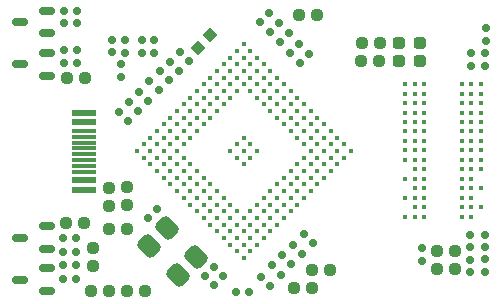
<source format=gbr>
%TF.GenerationSoftware,KiCad,Pcbnew,7.0.2-0*%
%TF.CreationDate,2023-05-06T05:04:52+08:00*%
%TF.ProjectId,slimarm_carambola,736c696d-6172-46d5-9f63-6172616d626f,rev?*%
%TF.SameCoordinates,Original*%
%TF.FileFunction,Paste,Top*%
%TF.FilePolarity,Positive*%
%FSLAX46Y46*%
G04 Gerber Fmt 4.6, Leading zero omitted, Abs format (unit mm)*
G04 Created by KiCad (PCBNEW 7.0.2-0) date 2023-05-06 05:04:52*
%MOMM*%
%LPD*%
G01*
G04 APERTURE LIST*
G04 Aperture macros list*
%AMRoundRect*
0 Rectangle with rounded corners*
0 $1 Rounding radius*
0 $2 $3 $4 $5 $6 $7 $8 $9 X,Y pos of 4 corners*
0 Add a 4 corners polygon primitive as box body*
4,1,4,$2,$3,$4,$5,$6,$7,$8,$9,$2,$3,0*
0 Add four circle primitives for the rounded corners*
1,1,$1+$1,$2,$3*
1,1,$1+$1,$4,$5*
1,1,$1+$1,$6,$7*
1,1,$1+$1,$8,$9*
0 Add four rect primitives between the rounded corners*
20,1,$1+$1,$2,$3,$4,$5,0*
20,1,$1+$1,$4,$5,$6,$7,0*
20,1,$1+$1,$6,$7,$8,$9,0*
20,1,$1+$1,$8,$9,$2,$3,0*%
G04 Aperture macros list end*
%ADD10RoundRect,0.150000X0.150000X-0.150000X0.150000X0.150000X-0.150000X0.150000X-0.150000X-0.150000X0*%
%ADD11RoundRect,0.150000X0.000000X-0.212132X0.212132X0.000000X0.000000X0.212132X-0.212132X0.000000X0*%
%ADD12RoundRect,0.237500X-0.237500X0.237500X-0.237500X-0.237500X0.237500X-0.237500X0.237500X0.237500X0*%
%ADD13RoundRect,0.150000X-0.212132X0.000000X0.000000X-0.212132X0.212132X0.000000X0.000000X0.212132X0*%
%ADD14RoundRect,0.150000X0.150000X0.150000X-0.150000X0.150000X-0.150000X-0.150000X0.150000X-0.150000X0*%
%ADD15RoundRect,0.150000X0.000000X0.212132X-0.212132X0.000000X0.000000X-0.212132X0.212132X0.000000X0*%
%ADD16RoundRect,0.150000X0.212132X0.000000X0.000000X0.212132X-0.212132X0.000000X0.000000X-0.212132X0*%
%ADD17RoundRect,0.237500X0.237500X0.237500X-0.237500X0.237500X-0.237500X-0.237500X0.237500X-0.237500X0*%
%ADD18RoundRect,0.237500X-0.237500X-0.237500X0.237500X-0.237500X0.237500X0.237500X-0.237500X0.237500X0*%
%ADD19RoundRect,0.237500X0.000000X0.335876X-0.335876X0.000000X0.000000X-0.335876X0.335876X0.000000X0*%
%ADD20RoundRect,0.237500X0.237500X-0.237500X0.237500X0.237500X-0.237500X0.237500X-0.237500X-0.237500X0*%
%ADD21R,2.000000X0.600000*%
%ADD22R,2.000000X0.300000*%
%ADD23RoundRect,0.150000X-0.150000X0.150000X-0.150000X-0.150000X0.150000X-0.150000X0.150000X0.150000X0*%
%ADD24RoundRect,0.150000X0.512500X0.150000X-0.512500X0.150000X-0.512500X-0.150000X0.512500X-0.150000X0*%
%ADD25RoundRect,0.237500X0.287500X0.237500X-0.287500X0.237500X-0.287500X-0.237500X0.287500X-0.237500X0*%
%ADD26RoundRect,0.375000X0.636396X-0.106066X-0.106066X0.636396X-0.636396X0.106066X0.106066X-0.636396X0*%
%ADD27C,0.410000*%
G04 APERTURE END LIST*
D10*
%TO.C,C27*%
X26210000Y-21030000D03*
X26210000Y-19950000D03*
%TD*%
D11*
%TO.C,C31*%
X33348162Y-37881838D03*
X34111838Y-37118162D03*
%TD*%
D12*
%TO.C,R10*%
X23840000Y-35478000D03*
X23840000Y-37002000D03*
%TD*%
D13*
%TO.C,C5*%
X31178162Y-18918162D03*
X31941838Y-19681838D03*
%TD*%
D10*
%TO.C,C23*%
X57040000Y-20080000D03*
X57040000Y-19000000D03*
%TD*%
D14*
%TO.C,C41*%
X37020000Y-39250000D03*
X35940000Y-39250000D03*
%TD*%
D15*
%TO.C,C6*%
X38741838Y-15638162D03*
X37978162Y-16401838D03*
%TD*%
D16*
%TO.C,C12*%
X39731838Y-37741838D03*
X38968162Y-36978162D03*
%TD*%
D13*
%TO.C,C4*%
X30338162Y-19708162D03*
X31101838Y-20471838D03*
%TD*%
D17*
%TO.C,R21*%
X48062000Y-19690000D03*
X46538000Y-19690000D03*
%TD*%
%TO.C,R20*%
X48092000Y-18140000D03*
X46568000Y-18140000D03*
%TD*%
%TO.C,R3*%
X42350000Y-38920000D03*
X40826000Y-38920000D03*
%TD*%
D16*
%TO.C,C13*%
X40621838Y-36871838D03*
X39858162Y-36108162D03*
%TD*%
D12*
%TO.C,R15*%
X54470000Y-35778000D03*
X54470000Y-37302000D03*
%TD*%
D13*
%TO.C,C18*%
X26868162Y-23158162D03*
X27631838Y-23921838D03*
%TD*%
%TO.C,C2*%
X28608162Y-21388162D03*
X29371838Y-22151838D03*
%TD*%
D16*
%TO.C,C15*%
X41511838Y-35991838D03*
X40748162Y-35228162D03*
%TD*%
D18*
%TO.C,R2*%
X21556000Y-33370000D03*
X23080000Y-33370000D03*
%TD*%
D19*
%TO.C,R9*%
X33768815Y-17491185D03*
X32691185Y-18568815D03*
%TD*%
D20*
%TO.C,R7*%
X26680000Y-31892000D03*
X26680000Y-30368000D03*
%TD*%
D13*
%TO.C,C3*%
X29478162Y-20538162D03*
X30241838Y-21301838D03*
%TD*%
D14*
%TO.C,C35*%
X22390000Y-35810000D03*
X21310000Y-35810000D03*
%TD*%
D10*
%TO.C,C22*%
X57010000Y-37550000D03*
X57010000Y-36470000D03*
%TD*%
D18*
%TO.C,R12*%
X41238000Y-15800000D03*
X42762000Y-15800000D03*
%TD*%
D14*
%TO.C,C40*%
X22480000Y-18730000D03*
X21400000Y-18730000D03*
%TD*%
D21*
%TO.C,J1*%
X23031000Y-24070000D03*
X23031000Y-24870000D03*
D22*
X23031000Y-26070000D03*
X23031000Y-27070000D03*
X23031000Y-27570000D03*
X23031000Y-28570000D03*
D21*
X23031000Y-29770000D03*
X23031000Y-30570000D03*
X23031000Y-30570000D03*
X23031000Y-29770000D03*
D22*
X23031000Y-29070000D03*
X23031000Y-28070000D03*
X23031000Y-26570000D03*
X23031000Y-25570000D03*
D21*
X23031000Y-24870000D03*
X23031000Y-24070000D03*
%TD*%
D17*
%TO.C,R8*%
X26692000Y-33860000D03*
X25168000Y-33860000D03*
%TD*%
D23*
%TO.C,R17*%
X26520000Y-17880000D03*
X26520000Y-18960000D03*
%TD*%
%TO.C,C19*%
X57010000Y-34360000D03*
X57010000Y-35440000D03*
%TD*%
D24*
%TO.C,U6*%
X19920000Y-35560000D03*
X19920000Y-33660000D03*
X17645000Y-34610000D03*
%TD*%
D25*
%TO.C,D1*%
X51492500Y-18140000D03*
X49742500Y-18140000D03*
%TD*%
D16*
%TO.C,C17*%
X38801838Y-38681838D03*
X38038162Y-37918162D03*
%TD*%
D23*
%TO.C,R19*%
X27950000Y-17880000D03*
X27950000Y-18960000D03*
%TD*%
D13*
%TO.C,C1*%
X27718162Y-22298162D03*
X28481838Y-23061838D03*
%TD*%
D18*
%TO.C,R6*%
X26678000Y-39150000D03*
X28202000Y-39150000D03*
%TD*%
D10*
%TO.C,C21*%
X55780000Y-37560000D03*
X55780000Y-36480000D03*
%TD*%
D14*
%TO.C,C36*%
X22380000Y-34650000D03*
X21300000Y-34650000D03*
%TD*%
D18*
%TO.C,R1*%
X21598000Y-21100000D03*
X23122000Y-21100000D03*
%TD*%
D15*
%TO.C,C9*%
X41271838Y-18188162D03*
X40508162Y-18951838D03*
%TD*%
D26*
%TO.C,Y1*%
X32565254Y-36269619D03*
X30090381Y-33794746D03*
X28534746Y-35350381D03*
X31009619Y-37825254D03*
%TD*%
D24*
%TO.C,U5*%
X19900000Y-39120000D03*
X19900000Y-37220000D03*
X17625000Y-38170000D03*
%TD*%
D20*
%TO.C,R14*%
X52920000Y-37302000D03*
X52920000Y-35778000D03*
%TD*%
D11*
%TO.C,C32*%
X28468162Y-32981838D03*
X29231838Y-32218162D03*
%TD*%
D15*
%TO.C,C10*%
X42151838Y-19088162D03*
X41388162Y-19851838D03*
%TD*%
D14*
%TO.C,C37*%
X22480000Y-19800000D03*
X21400000Y-19800000D03*
%TD*%
D10*
%TO.C,C26*%
X51640000Y-36590000D03*
X51640000Y-35510000D03*
%TD*%
D16*
%TO.C,C14*%
X42413676Y-35073676D03*
X41650000Y-34310000D03*
%TD*%
D11*
%TO.C,C16*%
X34068162Y-38621838D03*
X34831838Y-37858162D03*
%TD*%
D20*
%TO.C,R5*%
X25160000Y-31902000D03*
X25160000Y-30378000D03*
%TD*%
D18*
%TO.C,R4*%
X23678000Y-39130000D03*
X25202000Y-39130000D03*
%TD*%
D14*
%TO.C,C33*%
X22370000Y-38150000D03*
X21290000Y-38150000D03*
%TD*%
D15*
%TO.C,C7*%
X39561838Y-16458162D03*
X38798162Y-17221838D03*
%TD*%
D10*
%TO.C,C24*%
X55800000Y-20090000D03*
X55800000Y-19010000D03*
%TD*%
D18*
%TO.C,R11*%
X42348000Y-37370000D03*
X43872000Y-37370000D03*
%TD*%
D27*
%TO.C,U2*%
X50259600Y-21629300D03*
X51059700Y-21629300D03*
X51859800Y-21629300D03*
X55060200Y-21629300D03*
X55860300Y-21629300D03*
X56660400Y-21629300D03*
X50259600Y-22429400D03*
X51059700Y-22429400D03*
X51859800Y-22429400D03*
X55060200Y-22429400D03*
X55860300Y-22429400D03*
X56660400Y-22429400D03*
X50259600Y-23229500D03*
X51059700Y-23229500D03*
X51859800Y-23229500D03*
X55060200Y-23229500D03*
X55860300Y-23229500D03*
X56660400Y-23229500D03*
X50259600Y-24029600D03*
X51059700Y-24029600D03*
X51859800Y-24029600D03*
X55060200Y-24029600D03*
X55860300Y-24029600D03*
X56660400Y-24029600D03*
X50259600Y-24829700D03*
X51059700Y-24829700D03*
X51859800Y-24829700D03*
X55060200Y-24829700D03*
X55860300Y-24829700D03*
X56660400Y-24829700D03*
X50259600Y-25629800D03*
X51059700Y-25629800D03*
X51859800Y-25629800D03*
X55060200Y-25629800D03*
X55860300Y-25629800D03*
X56660400Y-25629800D03*
X50259600Y-26429900D03*
X51059700Y-26429900D03*
X51859800Y-26429900D03*
X55060200Y-26429900D03*
X55860300Y-26429900D03*
X56660400Y-26429900D03*
X50259600Y-27230000D03*
X51059700Y-27230000D03*
X51859800Y-27230000D03*
X55060200Y-27230000D03*
X55860300Y-27230000D03*
X56660400Y-27230000D03*
X50259600Y-28030100D03*
X51059700Y-28030100D03*
X51859800Y-28030100D03*
X55060200Y-28030100D03*
X55860300Y-28030100D03*
X56660400Y-28030100D03*
X51059700Y-28830200D03*
X51859800Y-28830200D03*
X55060200Y-28830200D03*
X55860300Y-28830200D03*
X56660400Y-28830200D03*
X50259600Y-29630300D03*
X51059700Y-29630300D03*
X51859800Y-29630300D03*
X55060200Y-29630300D03*
X55860300Y-29630300D03*
X51059700Y-30430400D03*
X51859800Y-30430400D03*
X55060200Y-30430400D03*
X55860300Y-30430400D03*
X56660400Y-30430400D03*
X50259600Y-31230500D03*
X51059700Y-31230500D03*
X51859800Y-31230500D03*
X55060200Y-31230500D03*
X55860300Y-31230500D03*
X51059700Y-32030600D03*
X51859800Y-32030600D03*
X55060200Y-32030600D03*
X55860300Y-32030600D03*
X56660400Y-32030600D03*
X50259600Y-32830700D03*
X51059700Y-32830700D03*
X51859800Y-32830700D03*
X55060200Y-32830700D03*
X55860300Y-32830700D03*
%TD*%
D23*
%TO.C,C20*%
X55780000Y-34360000D03*
X55780000Y-35440000D03*
%TD*%
D25*
%TO.C,D2*%
X51502500Y-19670000D03*
X49752500Y-19670000D03*
%TD*%
D14*
%TO.C,C38*%
X22470000Y-15390000D03*
X21390000Y-15390000D03*
%TD*%
D13*
%TO.C,C11*%
X26000000Y-23970000D03*
X26763676Y-24733676D03*
%TD*%
D23*
%TO.C,C25*%
X57070000Y-16870000D03*
X57070000Y-17950000D03*
%TD*%
D27*
%TO.C,U1*%
X36590000Y-18239033D03*
X37155685Y-18804719D03*
X37721371Y-19370404D03*
X38287056Y-19936089D03*
X38852742Y-20501775D03*
X39418427Y-21067460D03*
X39984113Y-21633146D03*
X40549798Y-22198831D03*
X41115483Y-22764517D03*
X41681169Y-23330202D03*
X42246854Y-23895887D03*
X42812540Y-24461573D03*
X43378225Y-25027258D03*
X43943911Y-25592944D03*
X44509596Y-26158629D03*
X45075281Y-26724315D03*
X45640967Y-27290000D03*
X36024315Y-18804719D03*
X36590000Y-19370404D03*
X37155685Y-19936089D03*
X37721371Y-20501775D03*
X38287056Y-21067460D03*
X38852742Y-21633146D03*
X39418427Y-22198831D03*
X39984113Y-22764517D03*
X40549798Y-23330202D03*
X41115483Y-23895887D03*
X41681169Y-24461573D03*
X42246854Y-25027258D03*
X42812540Y-25592944D03*
X43378225Y-26158629D03*
X43943911Y-26724315D03*
X44509596Y-27290000D03*
X45075281Y-27855685D03*
X35458629Y-19370404D03*
X36024315Y-19936089D03*
X36590000Y-20501775D03*
X37155685Y-21067460D03*
X37721371Y-21633146D03*
X38287056Y-22198831D03*
X38852742Y-22764517D03*
X39418427Y-23330202D03*
X39984113Y-23895887D03*
X40549798Y-24461573D03*
X41115483Y-25027258D03*
X41681169Y-25592944D03*
X42246854Y-26158629D03*
X42812540Y-26724315D03*
X43378225Y-27290000D03*
X43943911Y-27855685D03*
X44509596Y-28421371D03*
X34892944Y-19936089D03*
X35458629Y-20501775D03*
X36024315Y-21067460D03*
X36590000Y-21633146D03*
X37155685Y-22198831D03*
X37721371Y-22764517D03*
X38287056Y-23330202D03*
X38852742Y-23895887D03*
X39418427Y-24461573D03*
X39984113Y-25027258D03*
X40549798Y-25592944D03*
X41115483Y-26158629D03*
X41681169Y-26724315D03*
X42246854Y-27290000D03*
X42812540Y-27855685D03*
X43378225Y-28421371D03*
X43943911Y-28987056D03*
X34327258Y-20501775D03*
X34892944Y-21067460D03*
X35458629Y-21633146D03*
X36024315Y-22198831D03*
X41681169Y-27855685D03*
X42246854Y-28421371D03*
X42812540Y-28987056D03*
X43378225Y-29552742D03*
X33761573Y-21067460D03*
X34327258Y-21633146D03*
X34892944Y-22198831D03*
X35458629Y-22764517D03*
X41115483Y-28421371D03*
X41681169Y-28987056D03*
X42246854Y-29552742D03*
X42812540Y-30118427D03*
X33195887Y-21633146D03*
X33761573Y-22198831D03*
X34327258Y-22764517D03*
X34892944Y-23330202D03*
X40549798Y-28987056D03*
X41115483Y-29552742D03*
X41681169Y-30118427D03*
X42246854Y-30684113D03*
X32630202Y-22198831D03*
X33195887Y-22764517D03*
X33761573Y-23330202D03*
X34327258Y-23895887D03*
X36590000Y-26158629D03*
X37155685Y-26724315D03*
X37721371Y-27290000D03*
X39984113Y-29552742D03*
X40549798Y-30118427D03*
X41115483Y-30684113D03*
X41681169Y-31249798D03*
X32064517Y-22764517D03*
X32630202Y-23330202D03*
X33195887Y-23895887D03*
X33761573Y-24461573D03*
X36024315Y-26724315D03*
X36590000Y-27290000D03*
X37155685Y-27855685D03*
X39418427Y-30118427D03*
X39984113Y-30684113D03*
X40549798Y-31249798D03*
X41115483Y-31815483D03*
X31498831Y-23330202D03*
X32064517Y-23895887D03*
X32630202Y-24461573D03*
X33195887Y-25027258D03*
X35458629Y-27290000D03*
X36024315Y-27855685D03*
X36590000Y-28421371D03*
X38852742Y-30684113D03*
X39418427Y-31249798D03*
X39984113Y-31815483D03*
X40549798Y-32381169D03*
X30933146Y-23895887D03*
X31498831Y-24461573D03*
X32064517Y-25027258D03*
X32630202Y-25592944D03*
X38287056Y-31249798D03*
X38852742Y-31815483D03*
X39418427Y-32381169D03*
X39984113Y-32946854D03*
X30367460Y-24461573D03*
X30933146Y-25027258D03*
X31498831Y-25592944D03*
X32064517Y-26158629D03*
X37721371Y-31815483D03*
X38287056Y-32381169D03*
X38852742Y-32946854D03*
X39418427Y-33512540D03*
X29801775Y-25027258D03*
X30367460Y-25592944D03*
X30933146Y-26158629D03*
X31498831Y-26724315D03*
X37155685Y-32381169D03*
X37721371Y-32946854D03*
X38287056Y-33512540D03*
X38852742Y-34078225D03*
X29236089Y-25592944D03*
X29801775Y-26158629D03*
X30367460Y-26724315D03*
X30933146Y-27290000D03*
X31498831Y-27855685D03*
X32064517Y-28421371D03*
X32630202Y-28987056D03*
X33195887Y-29552742D03*
X33761573Y-30118427D03*
X34327258Y-30684113D03*
X34892944Y-31249798D03*
X35458629Y-31815483D03*
X36024315Y-32381169D03*
X36590000Y-32946854D03*
X37155685Y-33512540D03*
X37721371Y-34078225D03*
X38287056Y-34643911D03*
X28670404Y-26158629D03*
X29236089Y-26724315D03*
X29801775Y-27290000D03*
X30367460Y-27855685D03*
X30933146Y-28421371D03*
X31498831Y-28987056D03*
X32064517Y-29552742D03*
X32630202Y-30118427D03*
X33195887Y-30684113D03*
X33761573Y-31249798D03*
X34327258Y-31815483D03*
X34892944Y-32381169D03*
X35458629Y-32946854D03*
X36024315Y-33512540D03*
X36590000Y-34078225D03*
X37155685Y-34643911D03*
X37721371Y-35209596D03*
X28104719Y-26724315D03*
X28670404Y-27290000D03*
X29236089Y-27855685D03*
X29801775Y-28421371D03*
X30367460Y-28987056D03*
X30933146Y-29552742D03*
X31498831Y-30118427D03*
X32064517Y-30684113D03*
X32630202Y-31249798D03*
X33195887Y-31815483D03*
X33761573Y-32381169D03*
X34327258Y-32946854D03*
X34892944Y-33512540D03*
X35458629Y-34078225D03*
X36024315Y-34643911D03*
X36590000Y-35209596D03*
X37155685Y-35775281D03*
X27539033Y-27290000D03*
X28104719Y-27855685D03*
X28670404Y-28421371D03*
X29236089Y-28987056D03*
X29801775Y-29552742D03*
X30367460Y-30118427D03*
X30933146Y-30684113D03*
X31498831Y-31249798D03*
X32064517Y-31815483D03*
X32630202Y-32381169D03*
X33195887Y-32946854D03*
X33761573Y-33512540D03*
X34327258Y-34078225D03*
X34892944Y-34643911D03*
X35458629Y-35209596D03*
X36024315Y-35775281D03*
X36590000Y-36340967D03*
%TD*%
D24*
%TO.C,U7*%
X19910000Y-17330000D03*
X19910000Y-15430000D03*
X17635000Y-16380000D03*
%TD*%
D15*
%TO.C,C8*%
X40401838Y-17298162D03*
X39638162Y-18061838D03*
%TD*%
D23*
%TO.C,R18*%
X29010000Y-17880000D03*
X29010000Y-18960000D03*
%TD*%
%TO.C,R16*%
X25470000Y-18940000D03*
X25470000Y-17860000D03*
%TD*%
D24*
%TO.C,U8*%
X19937500Y-20910000D03*
X19937500Y-19010000D03*
X17662500Y-19960000D03*
%TD*%
D14*
%TO.C,C34*%
X22370000Y-36960000D03*
X21290000Y-36960000D03*
%TD*%
%TO.C,C39*%
X22470000Y-16440000D03*
X21390000Y-16440000D03*
%TD*%
M02*

</source>
